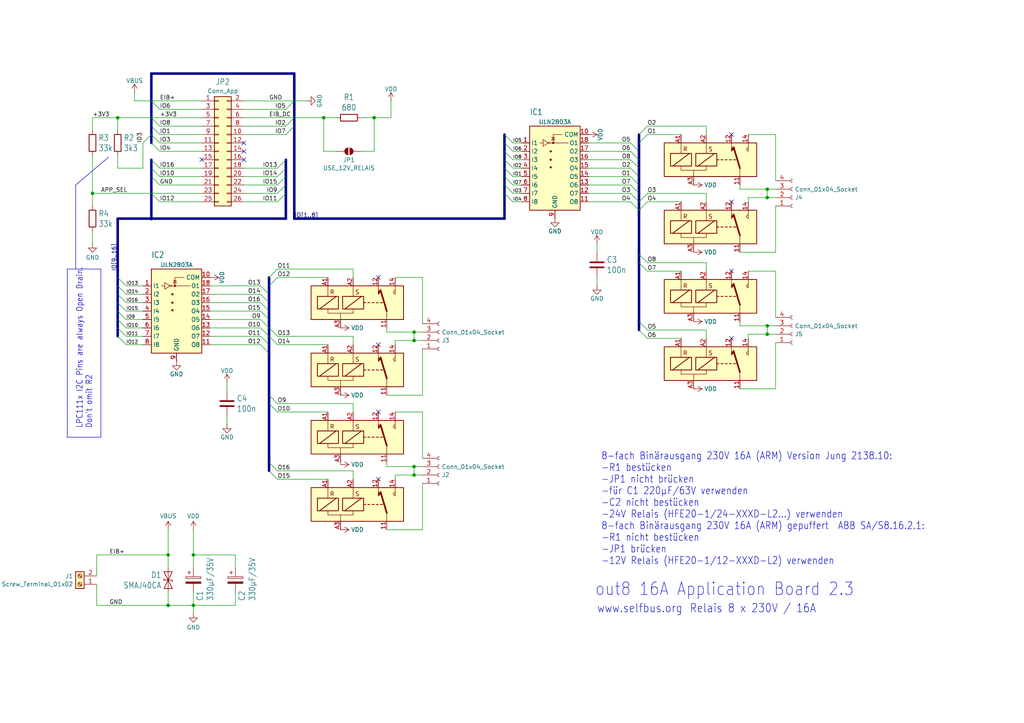
<source format=kicad_sch>
(kicad_sch (version 20231120) (generator "eeschema") (generator_version "8.0")
  (paper "User" 309.347 218.491)
  (lib_symbols
    (symbol "Connector:Conn_01x04_Socket" (pin_names (offset 1.016) hide)
      (property "Reference" "J" (at 0 5.08 0))
      (property "Value" "Conn_01x04_Socket" (at 0 -7.62 0))
      (symbol "Conn_01x04_Socket_1_1"
        (pin passive line (at -5.08 2.54 0) (length 3.81) (name "Pin_1") (number "1"))
        (pin passive line (at -5.08 0 0) (length 3.81) (name "Pin_2") (number "2"))
        (pin passive line (at -5.08 -2.54 0) (length 3.81) (name "Pin_3") (number "3"))
        (pin passive line (at -5.08 -5.08 0) (length 3.81) (name "Pin_4") (number "4"))
      )
    )
    (symbol "Connector:Screw_Terminal_01x02" (pin_names (offset 1.016) hide)
      (property "Reference" "J" (at 0 2.54 0))
      (property "Value" "Screw_Terminal_01x02" (at 0 -5.08 0))
      (symbol "Screw_Terminal_01x02_1_1"
        (pin passive line (at -5.08 0 0) (length 3.81) (name "Pin_1") (number "1"))
        (pin passive line (at -5.08 -2.54 0) (length 3.81) (name "Pin_2") (number "2"))
      )
    )
    (symbol "Connector_Generic:Conn_02x13_Odd_Even" (pin_names (offset 1.016) hide)
      (property "Reference" "J" (at 1.27 17.78 0))
      (property "Value" "Conn_02x13_Odd_Even" (at 1.27 -17.78 0))
      (symbol "Conn_02x13_Odd_Even_1_1"
        (pin passive line (at -5.08 15.24 0) (length 3.81) (name "Pin_1") (number "1"))
        (pin passive line (at 7.62 5.08 180) (length 3.81) (name "Pin_10") (number "10"))
        (pin passive line (at -5.08 2.54 0) (length 3.81) (name "Pin_11") (number "11"))
        (pin passive line (at 7.62 2.54 180) (length 3.81) (name "Pin_12") (number "12"))
        (pin passive line (at -5.08 0 0) (length 3.81) (name "Pin_13") (number "13"))
        (pin passive line (at 7.62 0 180) (length 3.81) (name "Pin_14") (number "14"))
        (pin passive line (at -5.08 -2.54 0) (length 3.81) (name "Pin_15") (number "15"))
        (pin passive line (at 7.62 -2.54 180) (length 3.81) (name "Pin_16") (number "16"))
        (pin passive line (at -5.08 -5.08 0) (length 3.81) (name "Pin_17") (number "17"))
        (pin passive line (at 7.62 -5.08 180) (length 3.81) (name "Pin_18") (number "18"))
        (pin passive line (at -5.08 -7.62 0) (length 3.81) (name "Pin_19") (number "19"))
        (pin passive line (at 7.62 15.24 180) (length 3.81) (name "Pin_2") (number "2"))
        (pin passive line (at 7.62 -7.62 180) (length 3.81) (name "Pin_20") (number "20"))
        (pin passive line (at -5.08 -10.16 0) (length 3.81) (name "Pin_21") (number "21"))
        (pin passive line (at 7.62 -10.16 180) (length 3.81) (name "Pin_22") (number "22"))
        (pin passive line (at -5.08 -12.7 0) (length 3.81) (name "Pin_23") (number "23"))
        (pin passive line (at 7.62 -12.7 180) (length 3.81) (name "Pin_24") (number "24"))
        (pin passive line (at -5.08 -15.24 0) (length 3.81) (name "Pin_25") (number "25"))
        (pin passive line (at 7.62 -15.24 180) (length 3.81) (name "Pin_26") (number "26"))
        (pin passive line (at -5.08 12.7 0) (length 3.81) (name "Pin_3") (number "3"))
        (pin passive line (at 7.62 12.7 180) (length 3.81) (name "Pin_4") (number "4"))
        (pin passive line (at -5.08 10.16 0) (length 3.81) (name "Pin_5") (number "5"))
        (pin passive line (at 7.62 10.16 180) (length 3.81) (name "Pin_6") (number "6"))
        (pin passive line (at -5.08 7.62 0) (length 3.81) (name "Pin_7") (number "7"))
        (pin passive line (at 7.62 7.62 180) (length 3.81) (name "Pin_8") (number "8"))
        (pin passive line (at -5.08 5.08 0) (length 3.81) (name "Pin_9") (number "9"))
      )
    )
    (symbol "Device:C" (pin_numbers hide) (pin_names (offset 0.254))
      (property "Reference" "C" (at 0.635 2.54 0))
      (property "Value" "C" (at 0.635 -2.54 0))
      (symbol "C_1_1"
        (pin passive line (at 0 3.81 270) (length 2.794) (name "~") (number "1"))
        (pin passive line (at 0 -3.81 90) (length 2.794) (name "~") (number "2"))
      )
    )
    (symbol "Device:C_Polarized" (pin_numbers hide) (pin_names (offset 0.254))
      (property "Reference" "C" (at 0.635 2.54 0))
      (property "Value" "C_Polarized" (at 0.635 -2.54 0))
      (symbol "C_Polarized_1_1"
        (pin passive line (at 0 3.81 270) (length 2.794) (name "~") (number "1"))
        (pin passive line (at 0 -3.81 90) (length 2.794) (name "~") (number "2"))
      )
    )
    (symbol "Device:R" (pin_numbers hide) (pin_names (offset 0))
      (property "Reference" "R" (at 2.032 0 90))
      (property "Value" "R" (at 0 0 90))
      (symbol "R_1_1"
        (pin passive line (at 0 3.81 270) (length 1.27) (name "~") (number "1"))
        (pin passive line (at 0 -3.81 90) (length 1.27) (name "~") (number "2"))
      )
    )
    (symbol "Diode:SMAJ40CA" (pin_numbers hide) (pin_names (offset 1.016) hide)
      (property "Reference" "D" (at 0 2.54 0))
      (property "Value" "SMAJ40CA" (at 0 -2.54 0))
      (symbol "SMAJ40CA_1_1"
        (pin passive line (at -3.81 0 0) (length 2.54) (name "A1") (number "1"))
        (pin passive line (at 3.81 0 180) (length 2.54) (name "A2") (number "2"))
      )
    )
    (symbol "Jumper:SolderJumper_2_Open" (pin_numbers hide) (pin_names (offset 0) hide) (exclude_from_sim yes) (in_bom no)
      (property "Reference" "JP" (at 0 2.032 0))
      (property "Value" "SolderJumper_2_Open" (at 0 -2.54 0))
      (symbol "SolderJumper_2_Open_1_1"
        (pin passive line (at -3.81 0 0) (length 2.54) (name "A") (number "1"))
        (pin passive line (at 3.81 0 180) (length 2.54) (name "B") (number "2"))
      )
    )
    (symbol "Transistor_Array:ULN2803A"
      (property "Reference" "U" (at 0 13.335 0))
      (property "Value" "ULN2803A" (at 0 11.43 0))
      (symbol "ULN2803A_1_1"
        (pin input line (at -10.16 5.08 0) (length 2.54) (name "I1") (number "1"))
        (pin passive line (at 10.16 7.62 180) (length 2.54) (name "COM") (number "10"))
        (pin open_collector line (at 10.16 -12.7 180) (length 2.54) (name "O8") (number "11"))
        (pin open_collector line (at 10.16 -10.16 180) (length 2.54) (name "O7") (number "12"))
        (pin open_collector line (at 10.16 -7.62 180) (length 2.54) (name "O6") (number "13"))
        (pin open_collector line (at 10.16 -5.08 180) (length 2.54) (name "O5") (number "14"))
        (pin open_collector line (at 10.16 -2.54 180) (length 2.54) (name "O4") (number "15"))
        (pin open_collector line (at 10.16 0 180) (length 2.54) (name "O3") (number "16"))
        (pin open_collector line (at 10.16 2.54 180) (length 2.54) (name "O2") (number "17"))
        (pin open_collector line (at 10.16 5.08 180) (length 2.54) (name "O1") (number "18"))
        (pin input line (at -10.16 2.54 0) (length 2.54) (name "I2") (number "2"))
        (pin input line (at -10.16 0 0) (length 2.54) (name "I3") (number "3"))
        (pin input line (at -10.16 -2.54 0) (length 2.54) (name "I4") (number "4"))
        (pin input line (at -10.16 -5.08 0) (length 2.54) (name "I5") (number "5"))
        (pin input line (at -10.16 -7.62 0) (length 2.54) (name "I6") (number "6"))
        (pin input line (at -10.16 -10.16 0) (length 2.54) (name "I7") (number "7"))
        (pin input line (at -10.16 -12.7 0) (length 2.54) (name "I8") (number "8"))
        (pin power_in line (at 0 -17.78 90) (length 2.54) (name "GND") (number "9"))
      )
    )
    (symbol "power:GND" (power) (pin_numbers hide) (pin_names (offset 0) hide)
      (property "Value" "GND" (at 0 -3.81 0))
      (symbol "GND_1_1"
        (pin power_in line (at 0 0 270) (length 0) (name "~") (number "1"))
      )
    )
    (symbol "power:VBUS" (power) (pin_numbers hide) (pin_names (offset 0) hide)
      (property "Value" "VBUS" (at 0 3.556 0))
      (symbol "VBUS_1_1"
        (pin power_in line (at 0 0 90) (length 0) (name "~") (number "1"))
      )
    )
    (symbol "power:VDD" (power) (pin_numbers hide) (pin_names (offset 0) hide)
      (property "Value" "VDD" (at 0 3.556 0))
      (symbol "VDD_1_1"
        (pin power_in line (at 0 0 90) (length 0) (name "~") (number "1"))
      )
    )
    (symbol "selfbus:HFE20-1/24-1HSD-L2"
      (symbol "HFE20-1/24-1HSD-L2_1_1"
        (text "R" (at -8.89 2.54 0) (effects (font (size 1.27 1.27))))
        (text "S" (at -1.27 2.54 0) (effects (font (size 1.27 1.27))))
        (pin passive line (at 7.62 -8.255 90) (length 2.54) (name "~") (number "11"))
        (pin passive line (at 5.08 6.985 270) (length 2.54) (name "~") (number "12"))
        (pin passive line (at 10.16 6.985 270) (length 2.54) (name "~") (number "14"))
        (pin passive line (at -10.16 6.985 270) (length 2.54) (name "~") (number "A1"))
        (pin passive line (at -2.54 6.985 270) (length 2.54) (name "~") (number "A2"))
        (pin passive line (at -6.35 -8.255 90) (length 2.54) (name "~") (number "A3"))
      )
    )
  )
  (junction (at 231.775 98.425))
  (junction (at 125.095 102.87))
  (junction (at 50.8 167.64))
  (junction (at 45.72 66.04))
  (junction (at 35.56 35.56))
  (junction (at 113.03 35.56))
  (junction (at 58.42 167.64))
  (junction (at 97.79 35.56))
  (junction (at 231.775 57.15))
  (junction (at 125.095 143.51))
  (junction (at 231.775 59.69))
  (junction (at 231.775 100.965))
  (junction (at 50.8 182.88))
  (junction (at 58.42 182.88))
  (junction (at 27.94 58.42))
  (junction (at 125.095 140.97))
  (junction (at 125.095 100.33))
  (no_connect (at 220.98 102.235))
  (no_connect (at 114.3 104.14))
  (no_connect (at 73.66 43.18))
  (no_connect (at 73.66 48.26))
  (no_connect (at 60.96 48.26))
  (no_connect (at 114.3 124.46))
  (no_connect (at 73.66 45.72))
  (no_connect (at 114.3 144.78))
  (no_connect (at 114.3 83.82))
  (no_connect (at 220.98 40.64))
  (no_connect (at 220.98 81.915))
  (no_connect (at 220.98 60.96))
  (bus_entry (at 38.1 104.14) (size -2.54 -2.54))
  (bus_entry (at 83.82 101.6) (size -2.54 -2.54))
  (bus_entry (at 190.5 50.8) (size 2.54 2.54))
  (bus_entry (at 48.26 43.18) (size -2.54 -2.54))
  (bus_entry (at 83.82 53.34) (size 2.54 -2.54))
  (bus_entry (at 190.5 58.42) (size 2.54 2.54))
  (bus_entry (at 38.1 93.98) (size -2.54 -2.54))
  (bus_entry (at 154.94 55.88) (size -2.54 -2.54))
  (bus_entry (at 154.94 58.42) (size -2.54 -2.54))
  (bus_entry (at 86.36 38.1) (size 2.54 -2.54))
  (bus_entry (at 38.1 101.6) (size -2.54 -2.54))
  (bus_entry (at 195.58 58.42) (size -2.54 2.54))
  (bus_entry (at 154.94 48.26) (size -2.54 -2.54))
  (bus_entry (at 86.36 40.64) (size 2.54 -2.54))
  (bus_entry (at 190.5 60.96) (size 2.54 2.54))
  (bus_entry (at 78.74 86.36) (size 2.54 2.54))
  (bus_entry (at 48.26 40.64) (size -2.54 -2.54))
  (bus_entry (at 48.26 53.34) (size -2.54 -2.54))
  (bus_entry (at 154.94 45.72) (size -2.54 -2.54))
  (bus_entry (at 190.5 53.34) (size 2.54 2.54))
  (bus_entry (at 38.1 99.06) (size -2.54 -2.54))
  (bus_entry (at 195.58 99.695) (size -2.54 -2.54))
  (bus_entry (at 83.82 55.88) (size 2.54 -2.54))
  (bus_entry (at 195.58 40.64) (size -2.54 2.54))
  (bus_entry (at 154.94 43.18) (size -2.54 -2.54))
  (bus_entry (at 83.82 60.96) (size 2.54 -2.54))
  (bus_entry (at 78.74 101.6) (size 2.54 2.54))
  (bus_entry (at 195.58 38.1) (size -2.54 2.54))
  (bus_entry (at 38.1 96.52) (size -2.54 -2.54))
  (bus_entry (at 83.82 121.92) (size -2.54 -2.54))
  (bus_entry (at 38.1 88.9) (size -2.54 -2.54))
  (bus_entry (at 83.82 58.42) (size 2.54 -2.54))
  (bus_entry (at 38.1 86.36) (size -2.54 -2.54))
  (bus_entry (at 83.82 142.24) (size -2.54 -2.54))
  (bus_entry (at 48.26 45.72) (size -2.54 -2.54))
  (bus_entry (at 78.74 104.14) (size 2.54 2.54))
  (bus_entry (at 48.26 60.96) (size -2.54 -2.54))
  (bus_entry (at 78.74 91.44) (size 2.54 2.54))
  (bus_entry (at 78.74 93.98) (size 2.54 2.54))
  (bus_entry (at 190.5 43.18) (size 2.54 2.54))
  (bus_entry (at 48.26 38.1) (size -2.54 -2.54))
  (bus_entry (at 43.18 43.18) (size 2.54 -2.54))
  (bus_entry (at 154.94 50.8) (size -2.54 -2.54))
  (bus_entry (at 86.36 33.02) (size 2.54 -2.54))
  (bus_entry (at 78.74 99.06) (size 2.54 2.54))
  (bus_entry (at 48.26 33.02) (size -2.54 -2.54))
  (bus_entry (at 83.82 124.46) (size -2.54 -2.54))
  (bus_entry (at 190.5 48.26) (size 2.54 2.54))
  (bus_entry (at 83.82 50.8) (size 2.54 -2.54))
  (bus_entry (at 195.58 79.375) (size -2.54 -2.54))
  (bus_entry (at 83.82 83.82) (size -2.54 2.54))
  (bus_entry (at 83.82 104.14) (size -2.54 -2.54))
  (bus_entry (at 154.94 53.34) (size -2.54 -2.54))
  (bus_entry (at 38.1 91.44) (size -2.54 -2.54))
  (bus_entry (at 190.5 55.88) (size 2.54 2.54))
  (bus_entry (at 195.58 102.235) (size -2.54 -2.54))
  (bus_entry (at 48.26 55.88) (size -2.54 -2.54))
  (bus_entry (at 83.82 81.28) (size -2.54 2.54))
  (bus_entry (at 48.26 50.8) (size -2.54 -2.54))
  (bus_entry (at 195.58 60.96) (size -2.54 2.54))
  (bus_entry (at 83.82 144.78) (size -2.54 -2.54))
  (bus_entry (at 78.74 96.52) (size 2.54 2.54))
  (bus_entry (at 154.94 60.96) (size -2.54 -2.54))
  (bus_entry (at 195.58 81.915) (size -2.54 -2.54))
  (bus_entry (at 78.74 88.9) (size 2.54 2.54))
  (bus_entry (at 190.5 45.72) (size 2.54 2.54))
  (wire (pts (xy 119.38 102.87) (xy 119.38 104.14)))
  (bus (pts (xy 45.72 35.56) (xy 45.72 38.1)) (stroke (width 0.762)))
  (bus (pts (xy 193.04 97.155) (xy 193.04 99.695)) (stroke (width 0.762)))
  (wire (pts (xy 73.66 53.34) (xy 83.82 53.34)) (stroke (width 0.1524)))
  (wire (pts (xy 109.22 35.56) (xy 110.49 35.56)))
  (wire (pts (xy 177.8 43.18) (xy 190.5 43.18)) (stroke (width 0.1524)))
  (wire (pts (xy 43.18 104.14) (xy 38.1 104.14)) (stroke (width 0.1524)))
  (wire (pts (xy 48.26 53.34) (xy 60.96 53.34)) (stroke (width 0.1524)))
  (wire (pts (xy 60.96 35.56) (xy 45.72 35.56)) (stroke (width 0.1524)))
  (wire (pts (xy 195.58 40.64) (xy 205.74 40.64)) (stroke (width 0.1524)))
  (bus (pts (xy 88.9 66.04) (xy 88.9 38.1)) (stroke (width 0.762)))
  (wire (pts (xy 83.82 121.92) (xy 106.68 121.92)))
  (wire (pts (xy 29.21 182.88) (xy 33.02 182.88)))
  (wire (pts (xy 63.5 93.98) (xy 78.74 93.98)) (stroke (width 0.1524)))
  (wire (pts (xy 223.52 55.88) (xy 223.52 57.15)))
  (wire (pts (xy 119.38 143.51) (xy 119.38 144.78)))
  (wire (pts (xy 63.5 96.52) (xy 78.74 96.52)) (stroke (width 0.1524)))
  (wire (pts (xy 106.68 121.92) (xy 106.68 124.46)))
  (wire (pts (xy 27.94 46.99) (xy 27.94 48.26)))
  (wire (pts (xy 195.58 81.915) (xy 205.74 81.915)))
  (wire (pts (xy 234.315 40.64) (xy 234.315 54.61)) (stroke (width 0.1524)))
  (wire (pts (xy 63.5 101.6) (xy 78.74 101.6)) (stroke (width 0.1524)))
  (bus (pts (xy 35.56 66.04) (xy 35.56 83.82)) (stroke (width 0.762)))
  (bus (pts (xy 193.04 79.375) (xy 193.04 97.155)) (stroke (width 0.762)))
  (wire (pts (xy 231.775 57.15) (xy 231.775 59.69)))
  (polyline (pts (xy 22.86 55.88) (xy 22.86 81.28)) (stroke (width 0.1524) (type solid)))
  (wire (pts (xy 71.12 167.64) (xy 58.42 167.64)) (stroke (width 0.1524)))
  (wire (pts (xy 127.635 140.97) (xy 125.095 140.97)))
  (bus (pts (xy 45.72 38.1) (xy 45.72 40.64)) (stroke (width 0.762)))
  (wire (pts (xy 119.38 124.46) (xy 127.635 124.46)) (stroke (width 0.1524)))
  (wire (pts (xy 223.52 117.475) (xy 234.315 117.475)) (stroke (width 0.1524)))
  (wire (pts (xy 234.315 59.69) (xy 231.775 59.69)))
  (wire (pts (xy 27.94 69.85) (xy 27.94 73.66)) (stroke (width 0.1524)))
  (wire (pts (xy 154.94 53.34) (xy 157.48 53.34)))
  (wire (pts (xy 127.635 95.25) (xy 127.635 97.79)))
  (wire (pts (xy 177.8 60.96) (xy 190.5 60.96)) (stroke (width 0.1524)))
  (wire (pts (xy 60.96 38.1) (xy 48.26 38.1)) (stroke (width 0.1524)))
  (bus (pts (xy 45.72 50.8) (xy 45.72 53.34)) (stroke (width 0.762)))
  (bus (pts (xy 193.04 43.18) (xy 193.04 45.72)) (stroke (width 0.762)))
  (bus (pts (xy 86.36 66.04) (xy 86.36 58.42)) (stroke (width 0.762)))
  (bus (pts (xy 88.9 35.56) (xy 88.9 30.48)) (stroke (width 0.762)))
  (wire (pts (xy 43.18 96.52) (xy 38.1 96.52)) (stroke (width 0.1524)))
  (bus (pts (xy 45.72 48.26) (xy 45.72 50.8)) (stroke (width 0.762)))
  (wire (pts (xy 127.635 100.33) (xy 125.095 100.33)))
  (bus (pts (xy 193.04 45.72) (xy 193.04 48.26)) (stroke (width 0.762)))
  (wire (pts (xy 60.96 40.64) (xy 48.26 40.64)) (stroke (width 0.1524)))
  (wire (pts (xy 177.8 53.34) (xy 190.5 53.34)) (stroke (width 0.1524)))
  (wire (pts (xy 106.68 101.6) (xy 106.68 104.14)))
  (wire (pts (xy 195.58 99.695) (xy 213.36 99.695)))
  (wire (pts (xy 110.49 35.56) (xy 113.03 35.56)) (stroke (width 0.1524)))
  (wire (pts (xy 127.635 160.02) (xy 127.635 146.05)) (stroke (width 0.1524)))
  (wire (pts (xy 125.095 102.87) (xy 119.38 102.87)))
  (wire (pts (xy 106.68 81.28) (xy 106.68 83.82)) (stroke (width 0.1524)))
  (bus (pts (xy 88.9 22.225) (xy 45.72 22.225)) (stroke (width 0.762)))
  (wire (pts (xy 116.84 99.06) (xy 116.84 100.33)))
  (bus (pts (xy 35.56 91.44) (xy 35.56 88.9)) (stroke (width 0.762)))
  (wire (pts (xy 73.66 30.48) (xy 88.9 30.48)) (stroke (width 0.1524)))
  (wire (pts (xy 50.8 167.64) (xy 33.02 167.64)) (stroke (width 0.1524)))
  (wire (pts (xy 154.94 55.88) (xy 157.48 55.88)))
  (wire (pts (xy 63.5 88.9) (xy 78.74 88.9)) (stroke (width 0.1524)))
  (wire (pts (xy 234.315 98.425) (xy 231.775 98.425)))
  (wire (pts (xy 127.635 143.51) (xy 125.095 143.51)))
  (bus (pts (xy 81.28 99.06) (xy 81.28 101.6)) (stroke (width 0.762)))
  (wire (pts (xy 68.58 118.11) (xy 68.58 115.57)) (stroke (width 0.1524)))
  (wire (pts (xy 29.21 173.99) (xy 29.21 167.64)))
  (bus (pts (xy 35.56 66.04) (xy 45.72 66.04)) (stroke (width 0.762)))
  (wire (pts (xy 113.03 35.56) (xy 118.11 35.56)) (stroke (width 0.1524)))
  (wire (pts (xy 33.02 182.88) (xy 50.8 182.88)) (stroke (width 0.1524)))
  (bus (pts (xy 88.9 30.48) (xy 88.9 22.225)) (stroke (width 0.762)))
  (wire (pts (xy 106.68 144.78) (xy 106.68 142.24)))
  (wire (pts (xy 43.18 91.44) (xy 38.1 91.44)) (stroke (width 0.1524)))
  (bus (pts (xy 35.56 86.36) (xy 35.56 83.82)) (stroke (width 0.762)))
  (wire (pts (xy 35.56 46.99) (xy 35.56 50.8)) (stroke (width 0.1524)))
  (wire (pts (xy 43.18 43.18) (xy 43.18 50.8)) (stroke (width 0.1524)))
  (bus (pts (xy 193.04 53.34) (xy 193.04 55.88)) (stroke (width 0.762)))
  (bus (pts (xy 193.04 48.26) (xy 193.04 50.8)) (stroke (width 0.762)))
  (wire (pts (xy 119.38 83.82) (xy 127.635 83.82)) (stroke (width 0.1524)))
  (wire (pts (xy 118.11 35.56) (xy 118.11 30.48)) (stroke (width 0.1524)))
  (wire (pts (xy 113.03 45.72) (xy 110.49 45.72)) (stroke (width 0.1524)))
  (wire (pts (xy 63.5 99.06) (xy 78.74 99.06)) (stroke (width 0.1524)))
  (wire (pts (xy 154.94 43.18) (xy 157.48 43.18)))
  (wire (pts (xy 154.94 48.26) (xy 157.48 48.26)))
  (wire (pts (xy 73.66 35.56) (xy 88.9 35.56)) (stroke (width 0.1524)))
  (wire (pts (xy 127.635 102.87) (xy 125.095 102.87)))
  (wire (pts (xy 234.315 117.475) (xy 234.315 103.505)) (stroke (width 0.1524)))
  (wire (pts (xy 154.94 58.42) (xy 157.48 58.42)))
  (wire (pts (xy 127.635 83.82) (xy 127.635 95.25)) (stroke (width 0.1524)))
  (wire (pts (xy 234.315 76.2) (xy 234.315 62.23)) (stroke (width 0.1524)))
  (wire (pts (xy 68.58 125.73) (xy 68.58 128.27)) (stroke (width 0.1524)))
  (bus (pts (xy 45.72 58.42) (xy 45.72 66.04)) (stroke (width 0.762)))
  (bus (pts (xy 81.28 106.68) (xy 81.28 119.38)) (stroke (width 0.762)))
  (wire (pts (xy 231.775 100.965) (xy 226.06 100.965)))
  (polyline (pts (xy 22.86 81.28) (xy 20.32 81.28)) (stroke (width 0.1524) (type solid)))
  (wire (pts (xy 180.34 86.36) (xy 180.34 83.82)) (stroke (width 0.1524)))
  (bus (pts (xy 45.72 22.225) (xy 45.72 30.48)) (stroke (width 0.762)))
  (wire (pts (xy 177.8 50.8) (xy 190.5 50.8)) (stroke (width 0.1524)))
  (wire (pts (xy 195.58 38.1) (xy 213.36 38.1)) (stroke (width 0.1524)))
  (wire (pts (xy 234.315 57.15) (xy 231.775 57.15)))
  (bus (pts (xy 35.56 96.52) (xy 35.56 93.98)) (stroke (width 0.762)))
  (wire (pts (xy 213.36 38.1) (xy 213.36 40.64)))
  (wire (pts (xy 45.72 58.42) (xy 60.96 58.42)))
  (wire (pts (xy 231.775 98.425) (xy 231.775 100.965)))
  (wire (pts (xy 116.84 119.38) (xy 127.635 119.38)) (stroke (width 0.1524)))
  (polyline (pts (xy 30.48 132.08) (xy 30.48 81.28)) (stroke (width 0.1524) (type solid)))
  (wire (pts (xy 83.82 101.6) (xy 106.68 101.6)))
  (bus (pts (xy 86.36 58.42) (xy 86.36 55.88)) (stroke (width 0.762)))
  (wire (pts (xy 177.8 58.42) (xy 190.5 58.42)) (stroke (width 0.1524)))
  (bus (pts (xy 45.72 30.48) (xy 45.72 35.56)) (stroke (width 0.762)))
  (wire (pts (xy 125.095 100.33) (xy 116.84 100.33)))
  (wire (pts (xy 195.58 60.96) (xy 205.74 60.96)) (stroke (width 0.1524)))
  (wire (pts (xy 195.58 58.42) (xy 213.36 58.42)))
  (wire (pts (xy 127.635 119.38) (xy 127.635 105.41)) (stroke (width 0.1524)))
  (wire (pts (xy 226.06 40.64) (xy 234.315 40.64)) (stroke (width 0.1524)))
  (polyline (pts (xy 20.32 81.28) (xy 20.32 132.08)) (stroke (width 0.1524) (type solid)))
  (wire (pts (xy 73.66 38.1) (xy 86.36 38.1)) (stroke (width 0.1524)))
  (wire (pts (xy 109.22 45.72) (xy 110.49 45.72)))
  (wire (pts (xy 88.9 30.48) (xy 92.71 30.48)) (stroke (width 0.1524)))
  (wire (pts (xy 234.315 81.915) (xy 234.315 95.885)) (stroke (width 0.1524)))
  (wire (pts (xy 116.84 160.02) (xy 127.635 160.02)) (stroke (width 0.1524)))
  (wire (pts (xy 43.18 99.06) (xy 38.1 99.06)) (stroke (width 0.1524)))
  (wire (pts (xy 73.66 55.88) (xy 83.82 55.88)) (stroke (width 0.1524)))
  (wire (pts (xy 40.64 30.48) (xy 40.64 27.94)) (stroke (width 0.1524)))
  (bus (pts (xy 152.4 48.26) (xy 152.4 50.8)) (stroke (width 0.762)))
  (wire (pts (xy 27.94 48.26) (xy 27.94 58.42)) (stroke (width 0.1524)))
  (polyline (pts (xy 20.32 132.08) (xy 30.48 132.08)) (stroke (width 0.1524) (type solid)))
  (polyline (pts (xy 30.48 81.28) (xy 22.86 81.28)) (stroke (width 0.1524) (type solid)))
  (bus (pts (xy 152.4 43.18) (xy 152.4 45.72)) (stroke (width 0.762)))
  (bus (pts (xy 152.4 40.64) (xy 152.4 43.18)) (stroke (width 0.762)))
  (wire (pts (xy 50.8 179.07) (xy 50.8 182.88)))
  (wire (pts (xy 223.52 76.2) (xy 234.315 76.2)) (stroke (width 0.1524)))
  (wire (pts (xy 177.8 48.26) (xy 190.5 48.26)) (stroke (width 0.1524)))
  (wire (pts (xy 27.94 35.56) (xy 35.56 35.56)) (stroke (width 0.1524)))
  (wire (pts (xy 125.095 143.51) (xy 119.38 143.51)))
  (wire (pts (xy 43.18 93.98) (xy 38.1 93.98)) (stroke (width 0.1524)))
  (wire (pts (xy 45.72 35.56) (xy 35.56 35.56)) (stroke (width 0.1524)))
  (wire (pts (xy 83.82 142.24) (xy 106.68 142.24)) (stroke (width 0.1524)))
  (bus (pts (xy 81.28 119.38) (xy 81.28 121.92)) (stroke (width 0.762)))
  (wire (pts (xy 27.94 35.56) (xy 27.94 39.37)) (stroke (width 0.1524)))
  (wire (pts (xy 60.96 33.02) (xy 48.26 33.02)) (stroke (width 0.1524)))
  (wire (pts (xy 125.095 140.97) (xy 125.095 143.51)))
  (wire (pts (xy 88.9 35.56) (xy 97.79 35.56)) (stroke (width 0.1524)))
  (wire (pts (xy 35.56 35.56) (xy 35.56 39.37)) (stroke (width 0.1524)))
  (wire (pts (xy 180.34 73.66) (xy 180.34 76.2)) (stroke (width 0.1524)))
  (wire (pts (xy 27.94 58.42) (xy 45.72 58.42)))
  (bus (pts (xy 81.28 121.92) (xy 81.28 139.7)) (stroke (width 0.762)))
  (wire (pts (xy 83.82 124.46) (xy 99.06 124.46)) (stroke (width 0.1524)))
  (wire (pts (xy 97.79 45.72) (xy 101.6 45.72)) (stroke (width 0.1524)))
  (wire (pts (xy 71.12 182.88) (xy 71.12 179.07)) (stroke (width 0.1524)))
  (wire (pts (xy 223.52 97.155) (xy 223.52 98.425)))
  (bus (pts (xy 86.36 55.88) (xy 86.36 53.34)) (stroke (width 0.762)))
  (wire (pts (xy 48.26 50.8) (xy 60.96 50.8)) (stroke (width 0.1524)))
  (wire (pts (xy 60.96 60.96) (xy 48.26 60.96)) (stroke (width 0.1524)))
  (bus (pts (xy 152.4 55.88) (xy 152.4 58.42)) (stroke (width 0.762)))
  (bus (pts (xy 88.9 38.1) (xy 88.9 35.56)) (stroke (width 0.762)))
  (wire (pts (xy 97.79 35.56) (xy 101.6 35.56)) (stroke (width 0.1524)))
  (bus (pts (xy 45.72 53.34) (xy 45.72 58.42)) (stroke (width 0.762)))
  (wire (pts (xy 195.58 102.235) (xy 205.74 102.235)) (stroke (width 0.1524)))
  (bus (pts (xy 86.36 48.26) (xy 86.36 50.8)) (stroke (width 0.762)))
  (bus (pts (xy 81.28 91.44) (xy 81.28 93.98)) (stroke (width 0.762)))
  (wire (pts (xy 45.72 30.48) (xy 40.64 30.48)) (stroke (width 0.1524)))
  (bus (pts (xy 81.28 86.36) (xy 81.28 88.9)) (stroke (width 0.762)))
  (bus (pts (xy 81.28 93.98) (xy 81.28 96.52)) (stroke (width 0.762)))
  (wire (pts (xy 83.82 83.82) (xy 99.06 83.82)) (stroke (width 0.1524)))
  (wire (pts (xy 58.42 179.07) (xy 58.42 182.88)) (stroke (width 0.1524)))
  (bus (pts (xy 81.28 104.14) (xy 81.28 106.68)) (stroke (width 0.762)))
  (wire (pts (xy 83.82 104.14) (xy 99.06 104.14)) (stroke (width 0.1524)))
  (wire (pts (xy 50.8 167.64) (xy 50.8 160.02)) (stroke (width 0.1524)))
  (bus (pts (xy 152.4 66.04) (xy 88.9 66.04)) (stroke (width 0.762)))
  (wire (pts (xy 102.87 139.7) (xy 102.87 140.335)))
  (bus (pts (xy 35.56 99.06) (xy 35.56 96.52)) (stroke (width 0.762)))
  (wire (pts (xy 43.18 86.36) (xy 38.1 86.36)) (stroke (width 0.1524)))
  (bus (pts (xy 193.04 50.8) (xy 193.04 53.34)) (stroke (width 0.762)))
  (bus (pts (xy 81.28 139.7) (xy 81.28 142.24)) (stroke (width 0.762)))
  (bus (pts (xy 193.04 60.96) (xy 193.04 63.5)) (stroke (width 0.762)))
  (bus (pts (xy 86.36 50.8) (xy 86.36 53.34)) (stroke (width 0.762)))
  (wire (pts (xy 43.18 50.8) (xy 35.56 50.8)) (stroke (width 0.1524)))
  (wire (pts (xy 29.21 167.64) (xy 33.02 167.64)))
  (polyline (pts (xy 32.766 47.498) (xy 22.86 55.88)) (stroke (width 0.1524) (type solid)))
  (wire (pts (xy 63.5 86.36) (xy 78.74 86.36)) (stroke (width 0.1524)))
  (bus (pts (xy 35.56 88.9) (xy 35.56 86.36)) (stroke (width 0.762)))
  (bus (pts (xy 152.4 53.34) (xy 152.4 55.88)) (stroke (width 0.762)))
  (wire (pts (xy 73.66 60.96) (xy 83.82 60.96)) (stroke (width 0.1524)))
  (bus (pts (xy 152.4 58.42) (xy 152.4 66.04)) (stroke (width 0.762)))
  (wire (pts (xy 213.36 58.42) (xy 213.36 60.96)))
  (wire (pts (xy 50.8 171.45) (xy 50.8 167.64)) (stroke (width 0.1524)))
  (wire (pts (xy 116.84 140.97) (xy 116.84 139.7)))
  (bus (pts (xy 35.56 101.6) (xy 35.56 99.06)) (stroke (width 0.762)))
  (wire (pts (xy 73.66 40.64) (xy 86.36 40.64)) (stroke (width 0.1524)))
  (wire (pts (xy 58.42 182.88) (xy 58.42 185.42)) (stroke (width 0.1524)))
  (bus (pts (xy 81.28 96.52) (xy 81.28 99.06)) (stroke (width 0.762)))
  (bus (pts (xy 35.56 93.98) (xy 35.56 91.44)) (stroke (width 0.762)))
  (bus (pts (xy 193.04 76.835) (xy 193.04 79.375)) (stroke (width 0.762)))
  (wire (pts (xy 231.775 98.425) (xy 223.52 98.425)))
  (wire (pts (xy 125.095 140.97) (xy 116.84 140.97)))
  (wire (pts (xy 50.8 182.88) (xy 58.42 182.88)) (stroke (width 0.1524)))
  (wire (pts (xy 226.06 81.915) (xy 234.315 81.915)) (stroke (width 0.1524)))
  (wire (pts (xy 234.315 100.965) (xy 231.775 100.965)))
  (bus (pts (xy 193.04 58.42) (xy 193.04 60.96)) (stroke (width 0.762)))
  (wire (pts (xy 58.42 182.88) (xy 71.12 182.88)) (stroke (width 0.1524)))
  (wire (pts (xy 97.79 35.56) (xy 97.79 45.72)) (stroke (width 0.1524)))
  (bus (pts (xy 193.04 55.88) (xy 193.04 58.42)) (stroke (width 0.762)))
  (bus (pts (xy 193.04 63.5) (xy 193.04 76.835)) (stroke (width 0.762)))
  (wire (pts (xy 71.12 171.45) (xy 71.12 167.64)) (stroke (width 0.1524)))
  (wire (pts (xy 83.82 81.28) (xy 106.68 81.28)) (stroke (width 0.1524)))
  (wire (pts (xy 226.06 59.69) (xy 226.06 60.96)))
  (wire (pts (xy 48.26 55.88) (xy 60.96 55.88)) (stroke (width 0.1524)))
  (wire (pts (xy 177.8 45.72) (xy 190.5 45.72)) (stroke (width 0.1524)))
  (wire (pts (xy 213.36 79.375) (xy 213.36 81.915)))
  (wire (pts (xy 29.21 176.53) (xy 29.21 182.88)))
  (bus (pts (xy 81.28 101.6) (xy 81.28 104.14)) (stroke (width 0.762)))
  (wire (pts (xy 154.94 60.96) (xy 157.48 60.96)))
  (wire (pts (xy 125.095 100.33) (xy 125.095 102.87)))
  (wire (pts (xy 60.96 45.72) (xy 48.26 45.72)) (stroke (width 0.1524)))
  (wire (pts (xy 177.8 55.88) (xy 190.5 55.88)) (stroke (width 0.1524)))
  (wire (pts (xy 213.36 99.695) (xy 213.36 102.235)))
  (bus (pts (xy 152.4 45.72) (xy 152.4 48.26)) (stroke (width 0.762)))
  (bus (pts (xy 81.28 88.9) (xy 81.28 91.44)) (stroke (width 0.762)))
  (wire (pts (xy 58.42 167.64) (xy 58.42 171.45)) (stroke (width 0.1524)))
  (wire (pts (xy 58.42 160.02) (xy 58.42 167.64)) (stroke (width 0.1524)))
  (wire (pts (xy 83.82 144.78) (xy 99.06 144.78)))
  (wire (pts (xy 226.06 100.965) (xy 226.06 102.235)))
  (wire (pts (xy 113.03 35.56) (xy 113.03 45.72)) (stroke (width 0.1524)))
  (wire (pts (xy 73.66 33.02) (xy 86.36 33.02)) (stroke (width 0.1524)))
  (wire (pts (xy 60.96 30.48) (xy 45.72 30.48)) (stroke (width 0.1524)))
  (wire (pts (xy 27.94 58.42) (xy 27.94 62.23)) (stroke (width 0.1524)))
  (wire (pts (xy 63.5 104.14) (xy 78.74 104.14)) (stroke (width 0.1524)))
  (wire (pts (xy 231.775 59.69) (xy 226.06 59.69)))
  (wire (pts (xy 60.96 43.18) (xy 48.26 43.18)) (stroke (width 0.1524)))
  (bus (pts (xy 193.04 40.64) (xy 193.04 43.18)) (stroke (width 0.762)))
  (wire (pts (xy 73.66 58.42) (xy 83.82 58.42)) (stroke (width 0.1524)))
  (wire (pts (xy 63.5 91.44) (xy 78.74 91.44)) (stroke (width 0.1524)))
  (bus (pts (xy 81.28 83.82) (xy 81.28 86.36)) (stroke (width 0.762)))
  (wire (pts (xy 154.94 50.8) (xy 157.48 50.8)))
  (wire (pts (xy 154.94 45.72) (xy 157.48 45.72)))
  (wire (pts (xy 43.18 88.9) (xy 38.1 88.9)) (stroke (width 0.1524)))
  (wire (pts (xy 195.58 79.375) (xy 213.36 79.375)))
  (bus (pts (xy 45.72 40.64) (xy 45.72 43.18)) (stroke (width 0.762)))
  (bus (pts (xy 45.72 66.04) (xy 86.36 66.04)) (stroke (width 0.762)))
  (wire (pts (xy 43.18 101.6) (xy 38.1 101.6)) (stroke (width 0.1524)))
  (wire (pts (xy 73.66 50.8) (xy 83.82 50.8)) (stroke (width 0.1524)))
  (bus (pts (xy 152.4 50.8) (xy 152.4 53.34)) (stroke (width 0.762)))
  (wire (pts (xy 231.775 57.15) (xy 223.52 57.15)))
  (wire (pts (xy 127.635 124.46) (xy 127.635 138.43)) (stroke (width 0.1524)))
  (text "www.selfbus.org" (at 180.34 185.42 0) (effects (font (size 2.54 2.159)) (justify left bottom)))
  (text "out8 16A Application Board 2.3" (at 179.705 180.34 0) (effects (font (size 3.81 3.2385)) (justify left bottom)))
  (text "8-fach Binärausgang 230V 16A (ARM) Version Jung 2138.10:\n-R1 bestücken\n-JP1 nicht brücken\n-für C1 220µF/63V verwenden\n-C2 nicht bestücken\n-24V Relais (HFE20-1/24-XXXD-L2...) verwenden\n8-fach Binärausgang 230V 16A (ARM) gepuffert  ABB SA/S8.16.2.1:\n-R1 nicht bestücken\n-JP1 brücken\n-12V Relais (HFE20-1/12-XXXD-L2) verwenden" (at 181.61 170.815 0) (effects (font (size 2.1844 1.8567)) (justify left bottom)))
  (text "Relais 8 x 230V / 16A" (at 208.28 185.42 0) (effects (font (size 2.54 2.159)) (justify left bottom)))
  (text "LPC111x I2C Pins are always Open Drain.\nDon't omit R2~{}" (at 27.94 129.54 90) (effects (font (size 1.778 1.5113)) (justify left bottom)))
  (label "O8" (at 195.58 79.375 0) (effects (font (size 1.2446 1.2446))))
  (label "O3" (at 190.5 58.42 180) (effects (font (size 1.2446 1.2446))))
  (label "+3V3" (at 48.26 35.56 0) (effects (font (size 1.2446 1.2446))))
  (label "GND" (at 81.28 30.48 0) (effects (font (size 1.2446 1.2446))))
  (label "O7" (at 195.58 81.915 0) (effects (font (size 1.2446 1.2446))))
  (label "O11" (at 83.82 81.28 0) (effects (font (size 1.2446 1.2446))))
  (label "IO9" (at 83.82 58.42 180) (effects (font (size 1.2446 1.2446))))
  (label "IO3" (at 154.94 58.42 0) (effects (font (size 1.016 1.016))))
  (label "IO6" (at 154.94 45.72 0) (effects (font (size 1.016 1.016))))
  (label "O13" (at 83.82 101.6 0) (effects (font (size 1.2446 1.2446))))
  (label "IO1" (at 48.26 40.64 0) (effects (font (size 1.2446 1.2446))))
  (label "IO9" (at 38.1 96.52 0) (effects (font (size 1.016 1.016))))
  (label "O6" (at 190.5 45.72 180) (effects (font (size 1.2446 1.2446))))
  (label "IO5" (at 154.94 43.18 0) (effects (font (size 1.016 1.016))))
  (label "O5" (at 195.58 99.695 0) (effects (font (size 1.2446 1.2446))))
  (label "IO4" (at 48.26 45.72 0) (effects (font (size 1.2446 1.2446))))
  (label "O8" (at 190.5 48.26 180) (effects (font (size 1.2446 1.2446))))
  (label "IO6" (at 48.26 33.02 0) (effects (font (size 1.2446 1.2446))))
  (label "IO[9..16]" (at 35.56 81.915 90) (effects (font (size 1.2446 1.2446))))
  (label "EIB+" (at 33.02 167.64 0) (effects (font (size 1.2446 1.2446))))
  (label "EIB_DC" (at 81.28 35.56 0) (effects (font (size 1.2446 1.2446))))
  (label "O2" (at 195.58 38.1 0) (effects (font (size 1.2446 1.2446))))
  (label "O3" (at 195.58 58.42 0) (effects (font (size 1.2446 1.2446))))
  (label "O16" (at 83.82 142.24 0) (effects (font (size 1.2446 1.2446))))
  (label "O2" (at 190.5 50.8 180) (effects (font (size 1.2446 1.2446))))
  (label "O14" (at 83.82 104.14 0) (effects (font (size 1.2446 1.2446))))
  (label "IO12" (at 38.1 104.14 0) (effects (font (size 1.016 1.016))))
  (label "O4" (at 195.58 60.96 0) (effects (font (size 1.2446 1.2446))))
  (label "IO8" (at 48.26 38.1 0) (effects (font (size 1.2446 1.2446))))
  (label "O15" (at 83.82 144.78 0) (effects (font (size 1.2446 1.2446))))
  (label "IO16" (at 48.26 50.8 0) (effects (font (size 1.2446 1.2446))))
  (label "IO14" (at 83.82 53.34 180) (effects (font (size 1.2446 1.2446))))
  (label "GND" (at 33.02 182.88 0) (effects (font (size 1.2446 1.2446))))
  (label "O16" (at 78.74 91.44 180) (effects (font (size 1.2446 1.2446))))
  (label "IO11" (at 83.82 60.96 180) (effects (font (size 1.2446 1.2446))))
  (label "O9" (at 78.74 96.52 180) (effects (font (size 1.2446 1.2446))))
  (label "O11" (at 78.74 101.6 180) (effects (font (size 1.2446 1.2446))))
  (label "O12" (at 83.82 83.82 0) (effects (font (size 1.2446 1.2446))))
  (label "O1" (at 195.58 40.64 0) (effects (font (size 1.2446 1.2446))))
  (label "O10" (at 83.82 124.46 0) (effects (font (size 1.2446 1.2446))))
  (label "IO13" (at 38.1 86.36 0) (effects (font (size 1.016 1.016))))
  (label "O15" (at 78.74 93.98 180) (effects (font (size 1.2446 1.2446))))
  (label "O10" (at 78.74 99.06 180) (effects (font (size 1.2446 1.2446))))
  (label "IO12" (at 48.26 60.96 0) (effects (font (size 1.2446 1.2446))))
  (label "IO2" (at 86.36 38.1 180) (effects (font (size 1.2446 1.2446))))
  (label "IO15" (at 83.82 55.88 180) (effects (font (size 1.2446 1.2446))))
  (label "+3V3" (at 27.94 35.56 0) (effects (font (size 1.2446 1.2446))))
  (label "O14" (at 78.74 88.9 180) (effects (font (size 1.2446 1.2446))))
  (label "IO3" (at 48.26 43.18 0) (effects (font (size 1.2446 1.2446))))
  (label "O13" (at 78.74 86.36 180) (effects (font (size 1.2446 1.2446))))
  (label "GND" (at 48.26 55.88 0) (effects (font (size 1.2446 1.2446))))
  (label "IO[1..8]" (at 88.9 66.04 0) (effects (font (size 1.2446 1.2446))))
  (label "IO11" (at 38.1 101.6 0) (effects (font (size 1.016 1.016))))
  (label "IO5" (at 86.36 33.02 180) (effects (font (size 1.2446 1.2446))))
  (label "O6" (at 195.58 102.235 0) (effects (font (size 1.2446 1.2446))))
  (label "O5" (at 190.5 43.18 180) (effects (font (size 1.2446 1.2446))))
  (label "IO7" (at 154.94 55.88 0) (effects (font (size 1.016 1.016))))
  (label "IO1" (at 154.94 53.34 0) (effects (font (size 1.016 1.016))))
  (label "IO3" (at 43.18 43.18 90) (effects (font (size 1.2446 1.2446))))
  (label "IO13" (at 83.82 50.8 180) (effects (font (size 1.2446 1.2446))))
  (label "EIB+" (at 48.26 30.48 0) (effects (font (size 1.2446 1.2446))))
  (label "IO2" (at 154.94 50.8 0) (effects (font (size 1.016 1.016))))
  (label "IO4" (at 154.94 60.96 0) (effects (font (size 1.016 1.016))))
  (label "O12" (at 78.74 104.14 180) (effects (font (size 1.2446 1.2446))))
  (label "IO15" (at 38.1 93.98 0) (effects (font (size 1.016 1.016))))
  (label "IO8" (at 154.94 48.26 0) (effects (font (size 1.016 1.016))))
  (label "IO10" (at 48.26 53.34 0) (effects (font (size 1.2446 1.2446))))
  (label "IO14" (at 38.1 88.9 0) (effects (font (size 1.016 1.016))))
  (label "IO16" (at 38.1 91.44 0) (effects (font (size 1.016 1.016))))
  (label "O4" (at 190.5 60.96 180) (effects (font (size 1.2446 1.2446))))
  (label "APP_SEL" (at 30.48 58.42 0) (effects (font (size 1.2446 1.2446))))
  (label "IO7" (at 86.36 40.64 180) (effects (font (size 1.2446 1.2446))))
  (label "IO10" (at 38.1 99.06 0) (effects (font (size 1.016 1.016))))
  (label "O9" (at 83.82 121.92 0) (effects (font (size 1.2446 1.2446))))
  (label "O1" (at 190.5 53.34 180) (effects (font (size 1.2446 1.2446))))
  (label "O7" (at 190.5 55.88 180) (effects (font (size 1.2446 1.2446))))
  (symbol (lib_id "Device:R") (at 35.56 43.18 180) (unit 1)
    (property "Reference" "R2" (at 37.338 41.6178 0) (effects (font (size 1.778 1.5113)) (justify right)))
    (property "Value" "3k3" (at 37.338 44.7422 0) (effects (font (size 1.778 1.5113)) (justify right)))
    (property "Footprint" "Resistor_SMD:R_0805_2012Metric" (effects (hide yes)))
    (property "Description" "Resistor" (effects (hide yes)))
  )
  (symbol (lib_id "Connector:Conn_01x04_Socket") (at 132.715 143.51 0) (mirror x) (unit 1)
    (property "Reference" "J2" (at 133.4262 143.4522 0) (effects (justify left)))
    (property "Value" "Conn_01x04_Socket" (at 133.4262 141.0279 0) (effects (justify left)))
    (property "Footprint" "TerminalBlock_Altech:Altech_AK100_1x04_P5.00mm" (effects (hide yes)))
    (property "Description" "Generic connector, single row, 01x04, script generated" (effects (hide yes)))
  )
  (symbol (lib_id "power:VDD") (at 209.55 117.475 270) (unit 1)
    (property "Reference" "#PWR013" (effects (hide yes)))
    (property "Value" "VDD" (at 212.725 117.475 90) (effects (justify left)))
    (property "Description" "Power symbol creates a global label with name \"VDD\"" (effects (hide yes)))
  )
  (symbol (lib_id "Device:R") (at 105.41 35.56 90) (unit 1)
    (property "Reference" "R1" (at 105.41 29.3494 90) (effects (font (size 1.778 1.5113))))
    (property "Value" "680" (at 105.41 32.4738 90) (effects (font (size 1.778 1.5113))))
    (property "Footprint" "Resistor_SMD:R_0805_2012Metric" (effects (hide yes)))
    (property "Description" "Resistor" (effects (hide yes)))
  )
  (symbol (lib_id "selfbus:HFE20-1/24-1HSD-L2") (at 109.22 111.125 0) (unit 1)
    (property "Reference" "K7" (effects (hide yes)))
    (property "Value" "HFE20-1-024-1HD504" (effects (hide yes)))
    (property "Footprint" "selfbus:HFE20-1-L2" (effects (hide yes)))
    (property "Datasheet" "https://www.hongfa.com/en/Product/Item/686" (effects (hide yes)))
  )
  (symbol (lib_id "selfbus:HFE20-1/24-1HSD-L2") (at 109.22 90.805 0) (unit 1)
    (property "Reference" "K8" (effects (hide yes)))
    (property "Value" "HFE20-1-024-1HD504" (effects (hide yes)))
    (property "Footprint" "selfbus:HFE20-1-L2" (effects (hide yes)))
    (property "Datasheet" "https://www.hongfa.com/en/Product/Item/686" (effects (hide yes)))
  )
  (symbol (lib_id "Transistor_Array:ULN2803A") (at 167.64 48.26 0) (unit 1)
    (property "Reference" "IC1" (at 160.02 34.798 0) (effects (font (size 1.778 1.5113)) (justify left bottom)))
    (property "Value" "ULN2803A" (at 167.64 36.83 0))
    (property "Footprint" "Package_SO:SOIC-18W_7.5x11.6mm_P1.27mm" (effects (hide yes)))
    (property "Datasheet" "http://www.ti.com/lit/ds/symlink/uln2803a.pdf" (effects (hide yes)))
    (property "Description" "Darlington Transistor Arrays, SOIC18/DIP18" (effects (hide yes)))
  )
  (symbol (lib_id "power:VDD") (at 102.87 99.06 270) (unit 1)
    (property "Reference" "#PWR012" (effects (hide yes)))
    (property "Value" "VDD" (at 106.045 99.06 90) (effects (justify left)))
    (property "Description" "Power symbol creates a global label with name \"VDD\"" (effects (hide yes)))
  )
  (symbol (lib_id "power:GND") (at 167.64 66.04 0) (unit 1)
    (property "Reference" "#PWR04" (effects (hide yes)))
    (property "Value" "GND" (at 167.64 69.85 0))
    (property "Description" "Power symbol creates a global label with name \"GND\" , ground" (effects (hide yes)))
  )
  (symbol (lib_id "selfbus:HFE20-1/24-1HSD-L2") (at 109.22 131.445 0) (unit 1)
    (property "Reference" "K6" (effects (hide yes)))
    (property "Value" "HFE20-1-024-1HD504" (effects (hide yes)))
    (property "Footprint" "selfbus:HFE20-1-L2" (effects (hide yes)))
    (property "Datasheet" "https://www.hongfa.com/en/Product/Item/686" (effects (hide yes)))
  )
  (symbol (lib_id "Device:C_Polarized") (at 71.12 175.26 0) (unit 1)
    (property "Reference" "C2" (at 73.0756 181.61 90) (effects (font (size 1.778 1.5113)) (justify left)))
    (property "Value" "330µF/35V" (at 76.2 181.61 90) (effects (font (size 1.778 1.5113)) (justify left)))
    (property "Footprint" "Capacitor_THT:CP_Radial_D8.0mm_P3.50mm" (effects (hide yes)))
    (property "Description" "Polarized capacitor" (effects (hide yes)))
  )
  (symbol (lib_id "Device:C") (at 68.58 121.92 0) (unit 1)
    (property "Reference" "C4" (at 71.501 120.3578 0) (effects (font (size 1.778 1.5113)) (justify left)))
    (property "Value" "100n" (at 71.501 123.4822 0) (effects (font (size 1.778 1.5113)) (justify left)))
    (property "Footprint" "Capacitor_SMD:C_0805_2012Metric" (effects (hide yes)))
    (property "Description" "Unpolarized capacitor" (effects (hide yes)))
  )
  (symbol (lib_id "selfbus:HFE20-1/24-1HSD-L2") (at 215.9 88.9 0) (unit 1)
    (property "Reference" "K3" (effects (hide yes)))
    (property "Value" "HFE20-1-024-1HD504" (effects (hide yes)))
    (property "Footprint" "selfbus:HFE20-1-L2" (effects (hide yes)))
    (property "Datasheet" "https://www.hongfa.com/en/Product/Item/686" (effects (hide yes)))
  )
  (symbol (lib_id "Device:R") (at 27.94 43.18 180) (unit 1)
    (property "Reference" "R3" (at 29.718 41.6178 0) (effects (font (size 1.778 1.5113)) (justify right)))
    (property "Value" "33k" (at 29.718 44.7422 0) (effects (font (size 1.778 1.5113)) (justify right)))
    (property "Footprint" "Resistor_SMD:R_0805_2012Metric" (effects (hide yes)))
    (property "Description" "Resistor" (effects (hide yes)))
  )
  (symbol (lib_id "power:VDD") (at 63.5 83.82 270) (unit 1)
    (property "Reference" "#PWR08" (effects (hide yes)))
    (property "Value" "VDD" (at 67.056 83.82 0))
    (property "Description" "Power symbol creates a global label with name \"VDD\"" (effects (hide yes)))
  )
  (symbol (lib_id "Device:C_Polarized") (at 58.42 175.26 0) (unit 1)
    (property "Reference" "C1" (at 60.3756 181.61 90) (effects (font (size 1.778 1.5113)) (justify left)))
    (property "Value" "330µF/35V" (at 63.5 181.61 90) (effects (font (size 1.778 1.5113)) (justify left)))
    (property "Footprint" "Capacitor_THT:CP_Radial_D8.0mm_P3.50mm" (effects (hide yes)))
    (property "Description" "Polarized capacitor" (effects (hide yes)))
  )
  (symbol (lib_id "power:VDD") (at 102.87 140.335 270) (unit 1)
    (property "Reference" "#PWR010" (effects (hide yes)))
    (property "Value" "VDD" (at 106.045 140.335 90) (effects (justify left)))
    (property "Description" "Power symbol creates a global label with name \"VDD\"" (effects (hide yes)))
  )
  (symbol (lib_id "power:VDD") (at 177.8 40.64 270) (unit 1)
    (property "Reference" "#PWR017" (effects (hide yes)))
    (property "Value" "VDD" (at 181.356 40.64 0))
    (property "Description" "Power symbol creates a global label with name \"VDD\"" (effects (hide yes)))
  )
  (symbol (lib_id "power:VBUS") (at 40.64 27.94 0) (unit 1)
    (property "Reference" "#PWR0102" (effects (hide yes)))
    (property "Value" "VBUS" (at 40.64 24.384 0))
    (property "Description" "Power symbol creates a global label with name \"VBUS\"" (effects (hide yes)))
  )
  (symbol (lib_id "power:VDD") (at 209.55 97.155 270) (unit 1)
    (property "Reference" "#PWR014" (effects (hide yes)))
    (property "Value" "VDD" (at 212.725 97.155 90) (effects (justify left)))
    (property "Description" "Power symbol creates a global label with name \"VDD\"" (effects (hide yes)))
  )
  (symbol (lib_id "power:GND") (at 68.58 128.27 0) (unit 1)
    (property "Reference" "#PWR06" (effects (hide yes)))
    (property "Value" "GND" (at 68.58 132.08 0))
    (property "Description" "Power symbol creates a global label with name \"GND\" , ground" (effects (hide yes)))
  )
  (symbol (lib_id "power:VDD") (at 102.87 119.38 270) (unit 1)
    (property "Reference" "#PWR011" (effects (hide yes)))
    (property "Value" "VDD" (at 106.045 119.38 90) (effects (justify left)))
    (property "Description" "Power symbol creates a global label with name \"VDD\"" (effects (hide yes)))
  )
  (symbol (lib_id "power:GND") (at 27.94 73.66 0) (unit 1)
    (property "Reference" "#PWR0101" (effects (hide yes)))
    (property "Value" "GND" (at 27.94 77.7931 0))
    (property "Description" "Power symbol creates a global label with name \"GND\" , ground" (effects (hide yes)))
  )
  (symbol (lib_id "power:GND") (at 92.71 30.48 90) (unit 1)
    (property "Reference" "#PWR07" (effects (hide yes)))
    (property "Value" "GND" (at 96.52 30.48 0))
    (property "Description" "Power symbol creates a global label with name \"GND\" , ground" (effects (hide yes)))
  )
  (symbol (lib_id "power:VDD") (at 118.11 30.48 0) (unit 1)
    (property "Reference" "#PWR0104" (effects (hide yes)))
    (property "Value" "VDD" (at 118.11 26.924 0))
    (property "Description" "Power symbol creates a global label with name \"VDD\"" (effects (hide yes)))
  )
  (symbol (lib_id "power:GND") (at 53.34 109.22 0) (unit 1)
    (property "Reference" "#PWR0103" (effects (hide yes)))
    (property "Value" "GND" (at 53.34 113.03 0))
    (property "Description" "Power symbol creates a global label with name \"GND\" , ground" (effects (hide yes)))
  )
  (symbol (lib_id "selfbus:HFE20-1/24-1HSD-L2") (at 215.9 47.625 0) (unit 1)
    (property "Reference" "K1" (effects (hide yes)))
    (property "Value" "HFE20-1-024-1HD504" (effects (hide yes)))
    (property "Footprint" "selfbus:HFE20-1-L2" (effects (hide yes)))
    (property "Datasheet" "https://www.hongfa.com/en/Product/Item/686" (effects (hide yes)))
  )
  (symbol (lib_id "Connector:Conn_01x04_Socket") (at 239.395 59.69 0) (mirror x) (unit 1)
    (property "Reference" "J4" (at 240.1062 59.6322 0) (effects (justify left)))
    (property "Value" "Conn_01x04_Socket" (at 240.1062 57.2079 0) (effects (justify left)))
    (property "Footprint" "TerminalBlock_Altech:Altech_AK100_1x04_P5.00mm" (effects (hide yes)))
    (property "Description" "Generic connector, single row, 01x04, script generated" (effects (hide yes)))
  )
  (symbol (lib_id "power:VDD") (at 180.34 73.66 0) (unit 1)
    (property "Reference" "#PWR0105" (effects (hide yes)))
    (property "Value" "VDD" (at 180.34 70.104 0))
    (property "Description" "Power symbol creates a global label with name \"VDD\"" (effects (hide yes)))
  )
  (symbol (lib_id "power:VBUS") (at 50.8 160.02 0) (unit 1)
    (property "Reference" "#PWR02" (effects (hide yes)))
    (property "Value" "VBUS" (at 50.8 155.8869 0))
    (property "Description" "Power symbol creates a global label with name \"VBUS\"" (effects (hide yes)))
  )
  (symbol (lib_id "power:VDD") (at 102.87 160.02 270) (unit 1)
    (property "Reference" "#PWR09" (effects (hide yes)))
    (property "Value" "VDD" (at 106.045 160.02 90) (effects (justify left)))
    (property "Description" "Power symbol creates a global label with name \"VDD\"" (effects (hide yes)))
  )
  (symbol (lib_id "Connector:Conn_01x04_Socket") (at 239.395 100.965 0) (mirror x) (unit 1)
    (property "Reference" "J5" (at 240.1062 100.9072 0) (effects (justify left)))
    (property "Value" "Conn_01x04_Socket" (at 240.1062 98.4829 0) (effects (justify left)))
    (property "Footprint" "TerminalBlock_Altech:Altech_AK100_1x04_P5.00mm" (effects (hide yes)))
    (property "Description" "Generic connector, single row, 01x04, script generated" (effects (hide yes)))
  )
  (symbol (lib_id "power:GND") (at 58.42 185.42 0) (unit 1)
    (property "Reference" "#PWR03" (effects (hide yes)))
    (property "Value" "GND" (at 58.42 189.5531 0))
    (property "Description" "Power symbol creates a global label with name \"GND\" , ground" (effects (hide yes)))
  )
  (symbol (lib_id "Connector:Screw_Terminal_01x02") (at 24.13 176.53 180) (unit 1)
    (property "Reference" "J1" (at 22.098 174.0478 0) (effects (justify left)))
    (property "Value" "Screw_Terminal_01x02" (at 22.098 176.4721 0) (effects (justify left)))
    (property "Footprint" "selfbus:W243-211_1x02_P5.75" (effects (hide yes)))
    (property "Description" "Generic screw terminal, single row, 01x02, script generated (kicad-library-utils/schlib/autogen/connector/)" (effects (hide yes)))
  )
  (symbol (lib_id "power:VDD") (at 68.58 115.57 0) (unit 1)
    (property "Reference" "#PWR05" (effects (hide yes)))
    (property "Value" "VDD" (at 68.58 112.014 0))
    (property "Description" "Power symbol creates a global label with name \"VDD\"" (effects (hide yes)))
  )
  (symbol (lib_id "Connector:Conn_01x04_Socket") (at 132.715 102.87 0) (mirror x) (unit 1)
    (property "Reference" "J3" (at 133.4262 102.8122 0) (effects (justify left)))
    (property "Value" "Conn_01x04_Socket" (at 133.4262 100.3879 0) (effects (justify left)))
    (property "Footprint" "TerminalBlock_Altech:Altech_AK100_1x04_P5.00mm" (effects (hide yes)))
    (property "Description" "Generic connector, single row, 01x04, script generated" (effects (hide yes)))
  )
  (symbol (lib_id "power:VDD") (at 58.42 160.02 0) (unit 1)
    (property "Reference" "#PWR01" (effects (hide yes)))
    (property "Value" "VDD" (at 58.42 155.8869 0))
    (property "Description" "Power symbol creates a global label with name \"VDD\"" (effects (hide yes)))
  )
  (symbol (lib_id "power:VDD") (at 209.55 55.88 270) (unit 1)
    (property "Reference" "#PWR016" (effects (hide yes)))
    (property "Value" "VDD" (at 212.725 55.88 90) (effects (justify left)))
    (property "Description" "Power symbol creates a global label with name \"VDD\"" (effects (hide yes)))
  )
  (symbol (lib_id "Transistor_Array:ULN2803A") (at 53.34 91.44 0) (unit 1)
    (property "Reference" "IC2" (at 45.72 77.978 0) (effects (font (size 1.778 1.5113)) (justify left bottom)))
    (property "Value" "ULN2803A" (at 53.34 80.01 0))
    (property "Footprint" "Package_SO:SOIC-18W_7.5x11.6mm_P1.27mm" (effects (hide yes)))
    (property "Datasheet" "http://www.ti.com/lit/ds/symlink/uln2803a.pdf" (effects (hide yes)))
    (property "Description" "Darlington Transistor Arrays, SOIC18/DIP18" (effects (hide yes)))
  )
  (symbol (lib_id "selfbus:HFE20-1/24-1HSD-L2") (at 215.9 109.22 0) (unit 1)
    (property "Reference" "K4" (effects (hide yes)))
    (property "Value" "HFE20-1-024-1HD504" (effects (hide yes)))
    (property "Footprint" "selfbus:HFE20-1-L2" (effects (hide yes)))
    (property "Datasheet" "https://www.hongfa.com/en/Product/Item/686" (effects (hide yes)))
  )
  (symbol (lib_id "selfbus:HFE20-1/24-1HSD-L2") (at 215.9 67.945 0) (unit 1)
    (property "Reference" "K2" (effects (hide yes)))
    (property "Value" "HFE20-1-024-1HD504" (effects (hide yes)))
    (property "Footprint" "selfbus:HFE20-1-L2" (effects (hide yes)))
    (property "Datasheet" "https://www.hongfa.com/en/Product/Item/686" (effects (hide yes)))
  )
  (symbol (lib_id "Jumper:SolderJumper_2_Open") (at 105.41 45.72 0) (unit 1) (exclude_from_sim yes) (in_bom no)
    (property "Reference" "JP1" (at 105.41 48.3291 0))
    (property "Value" "USE_12V_RELAIS" (at 105.41 50.7534 0))
    (property "Footprint" "Jumper:SolderJumper-2_P1.3mm_Open_Pad1.0x1.5mm" (effects (hide yes)))
    (property "Description" "Solder Jumper, 2-pole, open" (effects (hide yes)))
  )
  (symbol (lib_id "Device:R") (at 27.94 66.04 180) (unit 1)
    (property "Reference" "R4" (at 29.718 64.4778 0) (effects (font (size 1.778 1.5113)) (justify right)))
    (property "Value" "33k" (at 29.718 67.6022 0) (effects (font (size 1.778 1.5113)) (justify right)))
    (property "Footprint" "Resistor_SMD:R_0805_2012Metric" (effects (hide yes)))
    (property "Description" "Resistor" (effects (hide yes)))
  )
  (symbol (lib_id "selfbus:HFE20-1/24-1HSD-L2") (at 109.22 151.765 0) (unit 1)
    (property "Reference" "K5" (effects (hide yes)))
    (property "Value" "HFE20-1-024-1HD504" (effects (hide yes)))
    (property "Footprint" "selfbus:HFE20-1-L2" (effects (hide yes)))
    (property "Datasheet" "https://www.hongfa.com/en/Product/Item/686" (effects (hide yes)))
  )
  (symbol (lib_id "Device:C") (at 180.34 80.01 0) (unit 1)
    (property "Reference" "C3" (at 183.261 78.4478 0) (effects (font (size 1.778 1.5113)) (justify left)))
    (property "Value" "100n" (at 183.261 81.5722 0) (effects (font (size 1.778 1.5113)) (justify left)))
    (property "Footprint" "Capacitor_SMD:C_0805_2012Metric" (effects (hide yes)))
    (property "Description" "Unpolarized capacitor" (effects (hide yes)))
  )
  (symbol (lib_id "power:GND") (at 180.34 86.36 0) (unit 1)
    (property "Reference" "#PWR0106" (effects (hide yes)))
    (property "Value" "GND" (at 180.34 90.17 0))
    (property "Description" "Power symbol creates a global label with name \"GND\" , ground" (effects (hide yes)))
  )
  (symbol (lib_id "Diode:SMAJ40CA") (at 50.8 175.26 90) (unit 1)
    (property "Reference" "D1" (at 48.7934 173.6978 90) (effects (font (size 1.778 1.5113)) (justify left)))
    (property "Value" "SMAJ40CA" (at 48.7934 176.8222 90) (effects (font (size 1.778 1.5113)) (justify left)))
    (property "Footprint" "Diode_SMD:D_SMA" (effects (hide yes)))
    (property "Datasheet" "https://www.littelfuse.com/media?resourcetype=datasheets&itemid=75e32973-b177-4ee3-a0ff-cedaf1abdb93&filename=smaj-datasheet" (effects (hide yes)))
    (property "Description" "400W bidirectional Transient Voltage Suppressor, 40.0Vr, SMA(DO-214AC)" (effects (hide yes)))
  )
  (symbol (lib_id "Connector_Generic:Conn_02x13_Odd_Even") (at 66.04 45.72 0) (unit 1)
    (property "Reference" "JP2" (at 67.31 24.7156 0) (effects (font (size 1.778 1.5113))))
    (property "Value" "Conn_App" (at 67.31 27.4899 0))
    (property "Footprint" "Connector_PinHeader_2.54mm:PinHeader_2x13_P2.54mm_Vertical_SMD" (effects (hide yes)))
    (property "Description" "Generic connector, double row, 02x13, odd/even pin numbering scheme (row 1 odd numbers, row 2 even numbers), script generated (kicad-library-utils/schlib/autogen/connector/)" (effects (hide yes)))
  )
  (symbol (lib_id "power:VDD") (at 209.55 76.2 270) (unit 1)
    (property "Reference" "#PWR015" (effects (hide yes)))
    (property "Value" "VDD" (at 212.725 76.2 90) (effects (justify left)))
    (property "Description" "Power symbol creates a global label with name \"VDD\"" (effects (hide yes)))
  )
)
</source>
